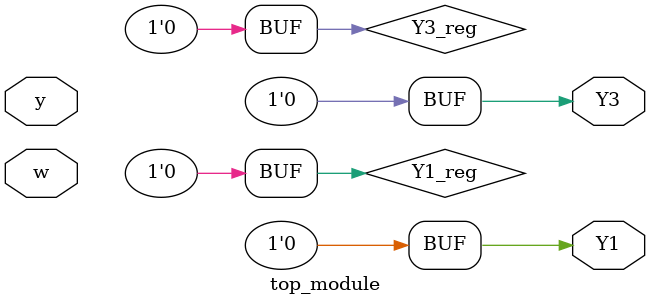
<source format=sv>
module top_module (
	input [5:0] y,
	input w,
	output Y1,
	output Y3
);

	reg Y1_reg;
	reg Y3_reg;

	always @(y or w) begin
		case(y)
			6'b000001: begin
				if(w)
					Y1_reg <= 1'b0;
				else
					Y1_reg <= 1'b0;
				if(w)
					Y3_reg <= 1'b0;
				else
					Y3_reg <= 1'b0;
			end
			6'b000010: begin
				if(w)
					Y1_reg <= 1'b0;
				else
					Y1_reg <= 1'b0;
				if(w)
					Y3_reg <= 1'b0;
				else
					Y3_reg <= 1'b0;
			end
			6'b000100: begin
				if(w)
					Y1_reg <= 1'b0;
				else
					Y1_reg <= 1'b0;
				if(w)
					Y3_reg <= 1'b0;
				else
					Y3_reg <= 1'b0;
			end
			6'b001000: begin
				if(w)
					Y1_reg <= 1'b0;
				else
					Y1_reg <= 1'b0;
				if(w)
					Y3_reg <= 1'b0;
				else
					Y3_reg <= 1'b0;
			end
			6'b010000: begin
				if(w)
					Y1_reg <= 1'b0;
				else
					Y1_reg <= 1'b0;
				if(w)
					Y3_reg <= 1'b0;
				else
					Y3_reg <= 1'b0;
			end
			6'b100000: begin
				if(w)
					Y1_reg <= 1'b0;
				else
					Y1_reg <= 1'b0;
				if(w)
					Y3_reg <= 1'b0;
				else
					Y3_reg <= 1'b0;
			end
			default: begin
				Y1_reg <= 1'b0;
				Y3_reg <= 1'b0;
			end
		endcase
	end
	
	assign Y1 = Y1_reg;
	assign Y3 = Y3_reg;

endmodule

</source>
